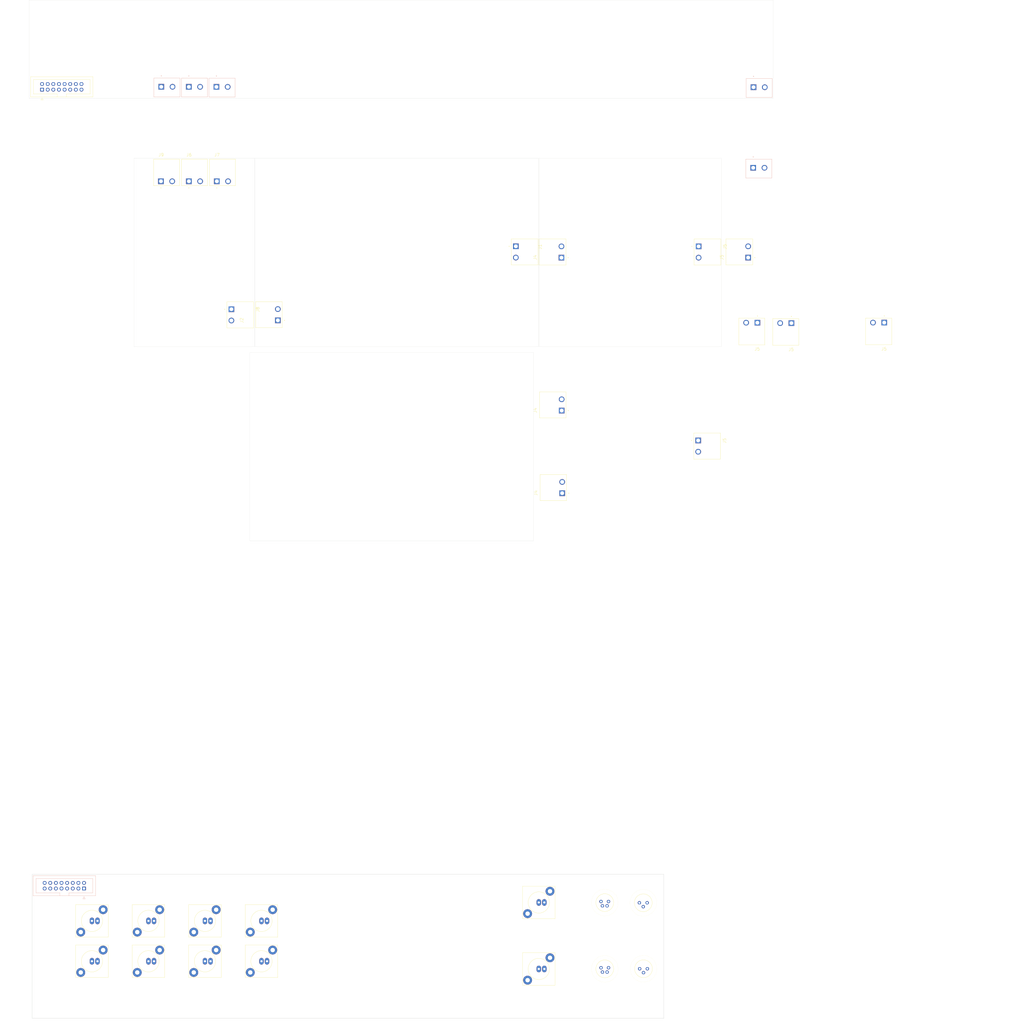
<source format=kicad_pcb>
(kicad_pcb (version 20240108) (generator "pcbnew") (generator_version "8.0")
  (layers (0 "F.Cu" signal) (31 "B.Cu" signal) (34 "B.Paste" user) (35 "F.Paste" user) (36 "B.SilkS" user "B.Silkscreen") (37 "F.SilkS" user "F.Silkscreen") (38 "B.Mask" user) (39 "F.Mask" user) (44 "Edge.Cuts" user))
  (net 0 "")
  (footprint "RCA ALI:RCA Connector ALI" (layer "F.Cu") (at 386.47 483.55)
    (property "Reference" "RCA10" (hide yes))
    (property "Value" "RCA_Connector_ALI" (hide yes))
    (fp_rect (start 7.35 -7.35) (end -7.35 7.35) (stroke (width 0.12)) (fill none) (layer "F.SilkS"))
    (fp_circle (center 0.01 0) (end 4.81 0) (stroke (width 0.12)) (fill none) (layer "F.SilkS"))
    (pad "" thru_hole circle (at -5.05 5.05) (size 4 4) (drill 2) (layers "*.Cu" "*.Mask"))
    (pad "" thru_hole circle (at 5.05 -5.05) (size 4 4) (drill 2) (layers "*.Cu" "*.Mask"))
    (pad "1" thru_hole oval (at 0 0) (size 2 3) (drill 1) (layers "*.Cu" "*.Mask"))
    (pad "2" thru_hole oval (at 2.5 0) (size 2 3) (drill 1) (layers "*.Cu" "*.Mask"))
  )
  (footprint "RCA ALI:RCA Connector ALI" (layer "F.Cu") (at 210.33 491.87)
    (property "Reference" "RCA3" (hide yes))
    (property "Value" "RCA_Connector_ALI" (hide yes))
    (fp_rect (start 7.35 -7.35) (end -7.35 7.35) (stroke (width 0.12)) (fill none) (layer "F.SilkS"))
    (fp_circle (center 0.01 0) (end 4.81 0) (stroke (width 0.12)) (fill none) (layer "F.SilkS"))
    (pad "" thru_hole circle (at -5.05 5.05) (size 4 4) (drill 2) (layers "*.Cu" "*.Mask"))
    (pad "" thru_hole circle (at 5.05 -5.05) (size 4 4) (drill 2) (layers "*.Cu" "*.Mask"))
    (pad "1" thru_hole oval (at 0 0) (size 2 3) (drill 1) (layers "*.Cu" "*.Mask"))
    (pad "2" thru_hole oval (at 2.5 0) (size 2 3) (drill 1) (layers "*.Cu" "*.Mask"))
  )
  (footprint "THE_PREAMP_CONN_POWER_5_08:TBP01R1-508-02BK" (layer "F.Cu") (at 480.9575 192.7 90)
    (property "Reference" "J5" (at 0.105 -11.889 -90) (layer "F.SilkS") (effects (font (size 1.4 1.4))))
    (property "Value" "230V AC fixed")
    (fp_line (start 8.42 -10) (end 8.42 2) (stroke (width 0.127)) (layer "F.SilkS"))
    (fp_line (start -3.34 -10) (end 8.42 -10) (stroke (width 0.127)) (layer "F.SilkS"))
    (fp_line (start 8.42 2) (end -3.34 2) (stroke (width 0.127)) (layer "F.SilkS"))
    (fp_line (start -3.34 2) (end -3.34 -10) (stroke (width 0.127)) (layer "F.SilkS"))
    (fp_circle (center 0 3) (end 0.1 3) (stroke (width 0.2)) (fill none) (layer "F.SilkS"))
    (pad "1" thru_hole rect (at 0 0 90) (size 2.55 2.55) (drill 1.7) (layers "*.Cu" "*.Mask"))
    (pad "2" thru_hole circle (at 5.08 0 90) (size 2.55 2.55) (drill 1.7) (layers "*.Cu" "*.Mask"))
  )
  (footprint "Connector_IDC:IDC-Header_2x08_P2.54mm_Vertical" (layer "F.Cu") (at 162.323508 116.96 90)
    (property "Reference" "J5" (hide yes))
    (property "Value" "Digital Out")
    (fp_line (start 5.83 -5.21) (end -3.29 -5.21) (stroke (width 0.12)) (layer "F.SilkS"))
    (fp_line (start -3.29 -5.21) (end -3.29 22.99) (stroke (width 0.12)) (layer "F.SilkS"))
    (fp_line (start 4.52 -3.91) (end -1.98 -3.91) (stroke (width 0.12)) (layer "F.SilkS"))
    (fp_line (start -1.98 -3.91) (end -1.98 6.84) (stroke (width 0.12)) (layer "F.SilkS"))
    (fp_line (start -4.68 -0.5) (end -3.68 0) (stroke (width 0.12)) (layer "F.SilkS"))
    (fp_line (start -3.68 0) (end -4.68 0.5) (stroke (width 0.12)) (layer "F.SilkS"))
    (fp_line (start -4.68 0.5) (end -4.68 -0.5) (stroke (width 0.12)) (layer "F.SilkS"))
    (fp_line (start -1.98 6.84) (end -3.29 6.84) (stroke (width 0.12)) (layer "F.SilkS"))
    (fp_line (start -1.98 10.94) (end -1.98 10.94) (stroke (width 0.12)) (layer "F.SilkS"))
    (fp_line (start -1.98 10.94) (end -1.98 21.69) (stroke (width 0.12)) (layer "F.SilkS"))
    (fp_line (start -3.29 10.94) (end -1.98 10.94) (stroke (width 0.12)) (layer "F.SilkS"))
    (fp_line (start 4.52 21.69) (end 4.52 -3.91) (stroke (width 0.12)) (layer "F.SilkS"))
    (fp_line (start -1.98 21.69) (end 4.52 21.69) (stroke (width 0.12)) (layer "F.SilkS"))
    (fp_line (start 5.83 22.99) (end 5.83 -5.21) (stroke (width 0.12)) (layer "F.SilkS"))
    (fp_line (start -3.29 22.99) (end 5.83 22.99) (stroke (width 0.12)) (layer "F.SilkS"))
    (pad "1" thru_hole roundrect (at 0 0 90) (size 1.7 1.7) (drill 1) (layers "*.Cu" "*.Mask") (roundrect_rratio 0.1470588235))
    (pad "2" thru_hole circle (at 2.54 0 90) (size 1.7 1.7) (drill 1) (layers "*.Cu" "*.Mask"))
    (pad "3" thru_hole circle (at 0 2.54 90) (size 1.7 1.7) (drill 1) (layers "*.Cu" "*.Mask"))
    (pad "4" thru_hole circle (at 2.54 2.54 90) (size 1.7 1.7) (drill 1) (layers "*.Cu" "*.Mask"))
    (pad "5" thru_hole circle (at 0 5.08 90) (size 1.7 1.7) (drill 1) (layers "*.Cu" "*.Mask"))
    (pad "6" thru_hole circle (at 2.54 5.08 90) (size 1.7 1.7) (drill 1) (layers "*.Cu" "*.Mask"))
    (pad "7" thru_hole circle (at 0 7.62 90) (size 1.7 1.7) (drill 1) (layers "*.Cu" "*.Mask"))
    (pad "8" thru_hole circle (at 2.54 7.62 90) (size 1.7 1.7) (drill 1) (layers "*.Cu" "*.Mask"))
    (pad "9" thru_hole circle (at 0 10.16 90) (size 1.7 1.7) (drill 1) (layers "*.Cu" "*.Mask"))
    (pad "10" thru_hole circle (at 2.54 10.16 90) (size 1.7 1.7) (drill 1) (layers "*.Cu" "*.Mask"))
    (pad "11" thru_hole circle (at 0 12.7 90) (size 1.7 1.7) (drill 1) (layers "*.Cu" "*.Mask"))
    (pad "12" thru_hole circle (at 2.54 12.7 90) (size 1.7 1.7) (drill 1) (layers "*.Cu" "*.Mask"))
    (pad "13" thru_hole circle (at 0 15.24 90) (size 1.7 1.7) (drill 1) (layers "*.Cu" "*.Mask"))
    (pad "14" thru_hole circle (at 2.54 15.24 90) (size 1.7 1.7) (drill 1) (layers "*.Cu" "*.Mask"))
    (pad "15" thru_hole circle (at 0 17.78 90) (size 1.7 1.7) (drill 1) (layers "*.Cu" "*.Mask"))
    (pad "16" thru_hole circle (at 2.54 17.78 90) (size 1.7 1.7) (drill 1) (layers "*.Cu" "*.Mask"))
  )
  (footprint "RCA ALI:RCA Connector ALI" (layer "F.Cu") (at 210.33 510.07)
    (property "Reference" "RCA8" (hide yes))
    (property "Value" "RCA_Connector_ALI" (hide yes))
    (fp_rect (start 7.35 -7.35) (end -7.35 7.35) (stroke (width 0.12)) (fill none) (layer "F.SilkS"))
    (fp_circle (center 0.01 0) (end 4.81 0) (stroke (width 0.12)) (fill none) (layer "F.SilkS"))
    (pad "" thru_hole circle (at -5.05 5.05) (size 4 4) (drill 2) (layers "*.Cu" "*.Mask"))
    (pad "" thru_hole circle (at 5.05 -5.05) (size 4 4) (drill 2) (layers "*.Cu" "*.Mask"))
    (pad "1" thru_hole oval (at 0 0) (size 2 3) (drill 1) (layers "*.Cu" "*.Mask"))
    (pad "2" thru_hole oval (at 2.5 0) (size 2 3) (drill 1) (layers "*.Cu" "*.Mask"))
  )
  (footprint "THE_PREAMP_CONN_POWER_5_08:TBP01R1-508-02BK" (layer "F.Cu") (at 500.47 222.2625 180)
    (property "Reference" "J5" (at 0.105 -11.889 180) (layer "F.SilkS") (effects (font (size 1.4 1.4))))
    (property "Value" "230V AC triggered")
    (fp_line (start 8.42 2) (end -3.34 2) (stroke (width 0.127)) (layer "F.SilkS"))
    (fp_line (start 8.42 -10) (end 8.42 2) (stroke (width 0.127)) (layer "F.SilkS"))
    (fp_line (start -3.34 2) (end -3.34 -10) (stroke (width 0.127)) (layer "F.SilkS"))
    (fp_line (start -3.34 -10) (end 8.42 -10) (stroke (width 0.127)) (layer "F.SilkS"))
    (fp_circle (center 0 3) (end 0.1 3) (stroke (width 0.2)) (fill none) (layer "F.SilkS"))
    (pad "1" thru_hole rect (at 0 0 180) (size 2.55 2.55) (drill 1.7) (layers "*.Cu" "*.Mask"))
    (pad "2" thru_hole circle (at 5.08 0 180) (size 2.55 2.55) (drill 1.7) (layers "*.Cu" "*.Mask"))
  )
  (footprint "Connector_M8:M8 3 pin" (layer "F.Cu") (at 433.72 513.46 180)
    (property "Reference" "J14" (hide yes))
    (property "Value" "Conn_01x03" (hide yes))
    (fp_circle (center 0 0) (end 6 0) (stroke (width 0.12) (type dot)) (fill none) (layer "F.SilkS"))
    (fp_circle (center 0 0) (end 4 0) (stroke (width 0.12)) (fill none) (layer "F.SilkS"))
    (pad "" np_thru_hole circle (at 0 0 180) (size 1 1) (drill 1) (layers "F&B.Cu" "*.Mask"))
    (pad "1" thru_hole circle (at -1.75 0 180) (size 1.5 1.5) (drill 0.8) (layers "*.Cu" "*.Mask"))
    (pad "2" thru_hole circle (at 0 -1.75 180) (size 1.5 1.5) (drill 0.8) (layers "*.Cu" "*.Mask"))
    (pad "3" thru_hole circle (at 1.75 0 180) (size 1.5 1.5) (drill 0.8) (layers "*.Cu" "*.Mask"))
  )
  (footprint "THE_PREAMP_CONN_POWER_5_08:TBP01R1-508-02BK" (layer "F.Cu") (at 241.18 158.2875)
    (property "Reference" "J7" (at 0.105 -11.889 360) (layer "F.SilkS") (effects (font (size 1.4 1.4))))
    (property "Value" "Opt. 3V3 power")
    (fp_line (start -3.34 -10) (end 8.42 -10) (stroke (width 0.127)) (layer "F.SilkS"))
    (fp_line (start -3.34 2) (end -3.34 -10) (stroke (width 0.127)) (layer "F.SilkS"))
    (fp_line (start 8.42 -10) (end 8.42 2) (stroke (width 0.127)) (layer "F.SilkS"))
    (fp_line (start 8.42 2) (end -3.34 2) (stroke (width 0.127)) (layer "F.SilkS"))
    (fp_circle (center 0 3) (end 0.1 3) (stroke (width 0.2)) (fill none) (layer "F.SilkS"))
    (pad "1" thru_hole rect (at 0 0) (size 2.55 2.55) (drill 1.7) (layers "*.Cu" "*.Mask"))
    (pad "2" thru_hole circle (at 5.08 0) (size 2.55 2.55) (drill 1.7) (layers "*.Cu" "*.Mask"))
  )
  (footprint "RCA ALI:RCA Connector ALI" (layer "F.Cu") (at 261.33 510.07)
    (property "Reference" "RCA6" (hide yes))
    (property "Value" "RCA_Connector_ALI" (hide yes))
    (fp_rect (start 7.35 -7.35) (end -7.35 7.35) (stroke (width 0.12)) (fill none) (layer "F.SilkS"))
    (fp_circle (center 0.01 0) (end 4.81 0) (stroke (width 0.12)) (fill none) (layer "F.SilkS"))
    (pad "" thru_hole circle (at -5.05 5.05) (size 4 4) (drill 2) (layers "*.Cu" "*.Mask"))
    (pad "" thru_hole circle (at 5.05 -5.05) (size 4 4) (drill 2) (layers "*.Cu" "*.Mask"))
    (pad "1" thru_hole oval (at 0 0) (size 2 3) (drill 1) (layers "*.Cu" "*.Mask"))
    (pad "2" thru_hole oval (at 2.5 0) (size 2 3) (drill 1) (layers "*.Cu" "*.Mask"))
  )
  (footprint "RCA ALI:RCA Connector ALI" (layer "F.Cu") (at 386.47 513.55)
    (property "Reference" "RCA5" (hide yes))
    (property "Value" "RCA_Connector_ALI" (hide yes))
    (fp_rect (start 7.35 -7.35) (end -7.35 7.35) (stroke (width 0.12)) (fill none) (layer "F.SilkS"))
    (fp_circle (center 0.01 0) (end 4.81 0) (stroke (width 0.12)) (fill none) (layer "F.SilkS"))
    (pad "" thru_hole circle (at -5.05 5.05) (size 4 4) (drill 2) (layers "*.Cu" "*.Mask"))
    (pad "" thru_hole circle (at 5.05 -5.05) (size 4 4) (drill 2) (layers "*.Cu" "*.Mask"))
    (pad "1" thru_hole oval (at 0 0) (size 2 3) (drill 1) (layers "*.Cu" "*.Mask"))
    (pad "2" thru_hole oval (at 2.5 0) (size 2 3) (drill 1) (layers "*.Cu" "*.Mask"))
  )
  (footprint "" (layer "F.Cu") (at 464.39 115.98 180)
    (property "Reference" "" (at 0 0 180) (layer "F.SilkS") (effects (font (size 1.27 1.27))))
    (property "Value" "")
    (pad "" np_thru_hole circle (at 0 0) (size 3.2 3.2) (drill 3.2) (layers "F&B.Cu" "*.Mask"))
  )
  (footprint "THE_PREAMP_CONN_POWER_5_08:TBP01R1-508-02BK" (layer "F.Cu") (at 458.5825 187.65 -90)
    (property "Reference" "J5" (at 0.105 -11.889 90) (layer "F.SilkS") (effects (font (size 1.4 1.4))))
    (property "Value" "230V AC")
    (fp_line (start -3.34 2) (end -3.34 -10) (stroke (width 0.127)) (layer "F.SilkS"))
    (fp_line (start 8.42 2) (end -3.34 2) (stroke (width 0.127)) (layer "F.SilkS"))
    (fp_line (start -3.34 -10) (end 8.42 -10) (stroke (width 0.127)) (layer "F.SilkS"))
    (fp_line (start 8.42 -10) (end 8.42 2) (stroke (width 0.127)) (layer "F.SilkS"))
    (fp_circle (center 0 3) (end 0.1 3) (stroke (width 0.2)) (fill none) (layer "F.SilkS"))
    (pad "1" thru_hole rect (at 0 0 270) (size 2.55 2.55) (drill 1.7) (layers "*.Cu" "*.Mask"))
    (pad "2" thru_hole circle (at 5.08 0 270) (size 2.55 2.55) (drill 1.7) (layers "*.Cu" "*.Mask"))
  )
  (footprint "" (layer "F.Cu") (at 357.39 115.98 180)
    (property "Reference" "" (at 0 0 180) (layer "F.SilkS") (effects (font (size 1.27 1.27))))
    (property "Value" "")
    (pad "" np_thru_hole circle (at 0 0) (size 3.2 3.2) (drill 3.2) (layers "F&B.Cu" "*.Mask"))
  )
  (footprint "THE_PREAMP_CONN_POWER_5_08:TBP01R1-508-02BK" (layer "F.Cu") (at 247.7625 216 -90)
    (property "Reference" "J8" (at 0.105 -11.889 90) (layer "F.SilkS") (effects (font (size 1.4 1.4))))
    (property "Value" "DC in")
    (fp_line (start -3.34 2) (end -3.34 -10) (stroke (width 0.127)) (layer "F.SilkS"))
    (fp_line (start 8.42 2) (end -3.34 2) (stroke (width 0.127)) (layer "F.SilkS"))
    (fp_line (start -3.34 -10) (end 8.42 -10) (stroke (width 0.127)) (layer "F.SilkS"))
    (fp_line (start 8.42 -10) (end 8.42 2) (stroke (width 0.127)) (layer "F.SilkS"))
    (fp_circle (center 0 3) (end 0.1 3) (stroke (width 0.2)) (fill none) (layer "F.SilkS"))
    (pad "1" thru_hole rect (at 0 0 270) (size 2.55 2.55) (drill 1.7) (layers "*.Cu" "*.Mask"))
    (pad "2" thru_hole circle (at 5.08 0 270) (size 2.55 2.55) (drill 1.7) (layers "*.Cu" "*.Mask"))
  )
  (footprint "THE_PREAMP_CONN_POWER_5_08:TBP01R1-508-02BK" (layer "F.Cu") (at 542.36 222.02 180)
    (property "Reference" "J5" (at 0.105 -11.889 180) (layer "F.SilkS") (effects (font (size 1.4 1.4))))
    (property "Value" "230V AC")
    (fp_line (start 8.42 2) (end -3.34 2) (stroke (width 0.127)) (layer "F.SilkS"))
    (fp_line (start 8.42 -10) (end 8.42 2) (stroke (width 0.127)) (layer "F.SilkS"))
    (fp_line (start -3.34 2) (end -3.34 -10) (stroke (width 0.127)) (layer "F.SilkS"))
    (fp_line (start -3.34 -10) (end 8.42 -10) (stroke (width 0.127)) (layer "F.SilkS"))
    (fp_circle (center 0 3) (end 0.1 3) (stroke (width 0.2)) (fill none) (layer "F.SilkS"))
    (pad "1" thru_hole rect (at 0 0 180) (size 2.55 2.55) (drill 1.7) (layers "*.Cu" "*.Mask"))
    (pad "2" thru_hole circle (at 5.08 0 180) (size 2.55 2.55) (drill 1.7) (layers "*.Cu" "*.Mask"))
  )
  (footprint "" (layer "F.Cu") (at 464.38 81.98 180)
    (property "Reference" "" (at 0 0 180) (layer "F.SilkS") (effects (font (size 1.27 1.27))))
    (property "Value" "")
    (pad "" np_thru_hole circle (at 0 0) (size 3.2 3.2) (drill 3.2) (layers "F&B.Cu" "*.Mask"))
  )
  (footprint "RCA ALI:RCA Connector ALI" (layer "F.Cu") (at 235.83 491.87)
    (property "Reference" "RCA2" (hide yes))
    (property "Value" "RCA_Connector_ALI" (hide yes))
    (fp_rect (start 7.35 -7.35) (end -7.35 7.35) (stroke (width 0.12)) (fill none) (layer "F.SilkS"))
    (fp_circle (center 0.01 0) (end 4.81 0) (stroke (width 0.12)) (fill none) (layer "F.SilkS"))
    (pad "" thru_hole circle (at -5.05 5.05) (size 4 4) (drill 2) (layers "*.Cu" "*.Mask"))
    (pad "" thru_hole circle (at 5.05 -5.05) (size 4 4) (drill 2) (layers "*.Cu" "*.Mask"))
    (pad "1" thru_hole oval (at 0 0) (size 2 3) (drill 1) (layers "*.Cu" "*.Mask"))
    (pad "2" thru_hole oval (at 2.5 0) (size 2 3) (drill 1) (layers "*.Cu" "*.Mask"))
  )
  (footprint "RCA ALI:RCA Connector ALI" (layer "F.Cu") (at 184.83 510.07)
    (property "Reference" "RCA9" (hide yes))
    (property "Value" "RCA_Connector_ALI" (hide yes))
    (fp_rect (start 7.35 -7.35) (end -7.35 7.35) (stroke (width 0.12)) (fill none) (layer "F.SilkS"))
    (fp_circle (center 0.01 0) (end 4.81 0) (stroke (width 0.12)) (fill none) (layer "F.SilkS"))
    (pad "" thru_hole circle (at -5.05 5.05) (size 4 4) (drill 2) (layers "*.Cu" "*.Mask"))
    (pad "" thru_hole circle (at 5.05 -5.05) (size 4 4) (drill 2) (layers "*.Cu" "*.Mask"))
    (pad "1" thru_hole oval (at 0 0) (size 2 3) (drill 1) (layers "*.Cu" "*.Mask"))
    (pad "2" thru_hole oval (at 2.5 0) (size 2 3) (drill 1) (layers "*.Cu" "*.Mask"))
  )
  (footprint "THE_PREAMP_CONN_POWER_5_08:TBP01R1-508-02BK" (layer "F.Cu") (at 228.57 158.2875)
    (property "Reference" "J6" (at 0.105 -11.889 360) (layer "F.SilkS") (effects (font (size 1.4 1.4))))
    (property "Value" "ESP32 power")
    (fp_line (start -3.34 -10) (end 8.42 -10) (stroke (width 0.127)) (layer "F.SilkS"))
    (fp_line (start -3.34 2) (end -3.34 -10) (stroke (width 0.127)) (layer "F.SilkS"))
    (fp_line (start 8.42 -10) (end 8.42 2) (stroke (width 0.127)) (layer "F.SilkS"))
    (fp_line (start 8.42 2) (end -3.34 2) (stroke (width 0.127)) (layer "F.SilkS"))
    (fp_circle (center 0 3) (end 0.1 3) (stroke (width 0.2)) (fill none) (layer "F.SilkS"))
    (pad "1" thru_hole rect (at 0 0) (size 2.55 2.55) (drill 1.7) (layers "*.Cu" "*.Mask"))
    (pad "2" thru_hole circle (at 5.08 0) (size 2.55 2.55) (drill 1.7) (layers "*.Cu" "*.Mask"))
  )
  (footprint "RCA ALI:RCA Connector ALI" (layer "F.Cu") (at 184.83 491.87)
    (property "Reference" "RCA4" (hide yes))
    (property "Value" "RCA_Connector_ALI" (hide yes))
    (fp_rect (start 7.35 -7.35) (end -7.35 7.35) (stroke (width 0.12)) (fill none) (layer "F.SilkS"))
    (fp_circle (center 0.01 0) (end 4.81 0) (stroke (width 0.12)) (fill none) (layer "F.SilkS"))
    (pad "" thru_hole circle (at -5.05 5.05) (size 4 4) (drill 2) (layers "*.Cu" "*.Mask"))
    (pad "" thru_hole circle (at 5.05 -5.05) (size 4 4) (drill 2) (layers "*.Cu" "*.Mask"))
    (pad "1" thru_hole oval (at 0 0) (size 2 3) (drill 1) (layers "*.Cu" "*.Mask"))
    (pad "2" thru_hole oval (at 2.5 0) (size 2 3) (drill 1) (layers "*.Cu" "*.Mask"))
  )
  (footprint "THE_PREAMP_CONN_POWER_5_08:TBP01R1-508-02BK" (layer "F.Cu") (at 376.105 187.62 -90)
    (property "Reference" "J1" (at 0.205 -10.999 90) (layer "F.SilkS") (effects (font (size 1.4 1.4))))
    (property "Value" "AC in")
    (fp_line (start -3.34 2) (end -3.34 -10) (stroke (width 0.127)) (layer "F.SilkS"))
    (fp_line (start 8.42 2) (end -3.34 2) (stroke (width 0.127)) (layer "F.SilkS"))
    (fp_line (start -3.34 -10) (end 8.42 -10) (stroke (width 0.127)) (layer "F.SilkS"))
    (fp_line (start 8.42 -10) (end 8.42 2) (stroke (width 0.127)) (layer "F.SilkS"))
    (fp_circle (center 0 3) (end 0.1 3) (stroke (width 0.2)) (fill none) (layer "F.SilkS"))
    (pad "1" thru_hole rect (at 0 0 270) (size 2.55 2.55) (drill 1.7) (layers "*.Cu" "*.Mask"))
    (pad "2" thru_hole circle (at 5.08 0 270) (size 2.55 2.55) (drill 1.7) (layers "*.Cu" "*.Mask"))
  )
  (footprint "THE_PREAMP_CONN_POWER_5_08:TBP01R1-508-02BK" (layer "F.Cu") (at 397.0275 298.97 90)
    (property "Reference" "J4" (at 0.105 -11.889 -90) (layer "F.SilkS") (effects (font (size 1.4 1.4))))
    (property "Value" "15V AC")
    (fp_line (start 8.42 -10) (end 8.42 2) (stroke (width 0.127)) (layer "F.SilkS"))
    (fp_line (start -3.34 -10) (end 8.42 -10) (stroke (width 0.127)) (layer "F.SilkS"))
    (fp_line (start 8.42 2) (end -3.34 2) (stroke (width 0.127)) (layer "F.SilkS"))
    (fp_line (start -3.34 2) (end -3.34 -10) (stroke (width 0.127)) (layer "F.SilkS"))
    (fp_circle (center 0 3) (end 0.1 3) (stroke (width 0.2)) (fill none) (layer "F.SilkS"))
    (pad "1" thru_hole rect (at 0 0 90) (size 2.55 2.55) (drill 1.7) (layers "*.Cu" "*.Mask"))
    (pad "2" thru_hole circle (at 5.08 0 90) (size 2.55 2.55) (drill 1.7) (layers "*.Cu" "*.Mask"))
  )
  (footprint "THE_PREAMP_CONN_POWER_5_08:TBP01R1-508-02BK" (layer "F.Cu") (at 485.12 222.0625 180)
    (property "Reference" "J5" (at 0.105 -11.889 180) (layer "F.SilkS") (effects (font (size 1.4 1.4))))
    (property "Value" "230V AC triggered")
    (fp_line (start 8.42 2) (end -3.34 2) (stroke (width 0.127)) (layer "F.SilkS"))
    (fp_line (start 8.42 -10) (end 8.42 2) (stroke (width 0.127)) (layer "F.SilkS"))
    (fp_line (start -3.34 2) (end -3.34 -10) (stroke (width 0.127)) (layer "F.SilkS"))
    (fp_line (start -3.34 -10) (end 8.42 -10) (stroke (width 0.127)) (layer "F.SilkS"))
    (fp_circle (center 0 3) (end 0.1 3) (stroke (width 0.2)) (fill none) (layer "F.SilkS"))
    (pad "1" thru_hole rect (at 0 0 180) (size 2.55 2.55) (drill 1.7) (layers "*.Cu" "*.Mask"))
    (pad "2" thru_hole circle (at 5.08 0 180) (size 2.55 2.55) (drill 1.7) (layers "*.Cu" "*.Mask"))
  )
  (footprint "THE_PREAMP_CONN_POWER_5_08:TBP01R1-508-02BK" (layer "F.Cu") (at 396.7 192.73 90)
    (property "Reference" "J4" (at 0.105 -11.889 270) (layer "F.SilkS") (effects (font (size 1.4 1.4))))
    (property "Value" "15V AC")
    (fp_line (start 8.42 -10) (end 8.42 2) (stroke (width 0.127)) (layer "F.SilkS"))
    (fp_line (start -3.34 -10) (end 8.42 -10) (stroke (width 0.127)) (layer "F.SilkS"))
    (fp_line (start 8.42 2) (end -3.34 2) (stroke (width 0.127)) (layer "F.SilkS"))
    (fp_line (start -3.34 2) (end -3.34 -10) (stroke (width 0.127)) (layer "F.SilkS"))
    (fp_circle (center 0 3) (end 0.1 3) (stroke (width 0.2)) (fill none) (layer "F.SilkS"))
    (pad "1" thru_hole rect (at 0 0 90) (size 2.55 2.55) (drill 1.7) (layers "*.Cu" "*.Mask"))
    (pad "2" thru_hole circle (at 5.08 0 90) (size 2.55 2.55) (drill 1.7) (layers "*.Cu" "*.Mask"))
  )
  (footprint "RCA ALI:RCA Connector ALI" (layer "F.Cu") (at 235.83 510.07)
    (property "Reference" "RCA7" (hide yes))
    (property "Value" "RCA_Connector_ALI" (hide yes))
    (fp_rect (start 7.35 -7.35) (end -7.35 7.35) (stroke (width 0.12)) (fill none) (layer "F.SilkS"))
    (fp_circle (center 0.01 0) (end 4.81 0) (stroke (width 0.12)) (fill none) (layer "F.SilkS"))
    (pad "" thru_hole circle (at -5.05 5.05) (size 4 4) (drill 2) (layers "*.Cu" "*.Mask"))
    (pad "" thru_hole circle (at 5.05 -5.05) (size 4 4) (drill 2) (layers "*.Cu" "*.Mask"))
    (pad "1" thru_hole oval (at 0 0) (size 2 3) (drill 1) (layers "*.Cu" "*.Mask"))
    (pad "2" thru_hole oval (at 2.5 0) (size 2 3) (drill 1) (layers "*.Cu" "*.Mask"))
  )
  (footprint "" (layer "F.Cu") (at 357.39 81.99 180)
    (property "Reference" "" (at 0 0 180) (layer "F.SilkS") (effects (font (size 1.27 1.27))))
    (property "Value" "")
    (pad "" np_thru_hole circle (at 0 0) (size 3.2 3.2) (drill 3.2) (layers "F&B.Cu" "*.Mask"))
  )
  (footprint "THE_PREAMP_CONN_POWER_5_08:TBP01R1-508-02BK" (layer "F.Cu") (at 215.96 158.2875)
    (property "Reference" "J9" (at 0.105 -11.889 360) (layer "F.SilkS") (effects (font (size 1.4 1.4))))
    (property "Value" "Relay power")
    (fp_line (start -3.34 -10) (end 8.42 -10) (stroke (width 0.127)) (layer "F.SilkS"))
    (fp_line (start -3.34 2) (end -3.34 -10) (stroke (width 0.127)) (layer "F.SilkS"))
    (fp_line (start 8.42 -10) (end 8.42 2) (stroke (width 0.127)) (layer "F.SilkS"))
    (fp_line (start 8.42 2) (end -3.34 2) (stroke (width 0.127)) (layer "F.SilkS"))
    (fp_circle (center 0 3) (end 0.1 3) (stroke (width 0.2)) (fill none) (layer "F.SilkS"))
    (pad "1" thru_hole rect (at 0 0) (size 2.55 2.55) (drill 1.7) (layers "*.Cu" "*.Mask"))
    (pad "2" thru_hole circle (at 5.08 0) (size 2.55 2.55) (drill 1.7) (layers "*.Cu" "*.Mask"))
  )
  (footprint "THE_PREAMP_CONN_POWER_5_08:TBP01R1-508-02BK" (layer "F.Cu") (at 458.4025 275.18 -90)
    (property "Reference" "J5" (at 0.105 -11.889 90) (layer "F.SilkS") (effects (font (size 1.4 1.4))))
    (property "Value" "230V AC")
    (fp_line (start -3.34 2) (end -3.34 -10) (stroke (width 0.127)) (layer "F.SilkS"))
    (fp_line (start 8.42 2) (end -3.34 2) (stroke (width 0.127)) (layer "F.SilkS"))
    (fp_line (start -3.34 -10) (end 8.42 -10) (stroke (width 0.127)) (layer "F.SilkS"))
    (fp_line (start 8.42 -10) (end 8.42 2) (stroke (width 0.127)) (layer "F.SilkS"))
    (fp_circle (center 0 3) (end 0.1 3) (stroke (width 0.2)) (fill none) (layer "F.SilkS"))
    (pad "1" thru_hole rect (at 0 0 270) (size 2.55 2.55) (drill 1.7) (layers "*.Cu" "*.Mask"))
    (pad "2" thru_hole circle (at 5.08 0 270) (size 2.55 2.55) (drill 1.7) (layers "*.Cu" "*.Mask"))
  )
  (footprint "THE_PREAMP_CONN_POWER_5_08:TBP01R1-508-02BK" (layer "F.Cu") (at 396.7875 261.7 90)
    (property "Reference" "J4" (at 0.105 -11.889 -90) (layer "F.SilkS") (effects (font (size 1.4 1.4))))
    (property "Value" "15V AC")
    (fp_line (start 8.42 -10) (end 8.42 2) (stroke (width 0.127)) (layer "F.SilkS"))
    (fp_line (start -3.34 -10) (end 8.42 -10) (stroke (width 0.127)) (layer "F.SilkS"))
    (fp_line (start 8.42 2) (end -3.34 2) (stroke (width 0.127)) (layer "F.SilkS"))
    (fp_line (start -3.34 2) (end -3.34 -10) (stroke (width 0.127)) (layer "F.SilkS"))
    (fp_circle (center 0 3) (end 0.1 3) (stroke (width 0.2)) (fill none) (layer "F.SilkS"))
    (pad "1" thru_hole rect (at 0 0 90) (size 2.55 2.55) (drill 1.7) (layers "*.Cu" "*.Mask"))
    (pad "2" thru_hole circle (at 5.08 0 90) (size 2.55 2.55) (drill 1.7) (layers "*.Cu" "*.Mask"))
  )
  (footprint "THE_PREAMP_CONN_POWER_5_08:TBP01R1-508-02BK" (layer "F.Cu") (at 268.7175 221.01 90)
    (property "Reference" "J2" (at -0.005 -16.289 270) (layer "F.SilkS") (effects (font (size 1.4 1.4))))
    (property "Value" "Relay power")
    (fp_line (start 8.42 -10) (end 8.42 2) (stroke (width 0.127)) (layer "F.SilkS"))
    (fp_line (start -3.34 -10) (end 8.42 -10) (stroke (width 0.127)) (layer "F.SilkS"))
    (fp_line (start 8.42 2) (end -3.34 2) (stroke (width 0.127)) (layer "F.SilkS"))
    (fp_line (start -3.34 2) (end -3.34 -10) (stroke (width 0.127)) (layer "F.SilkS"))
    (fp_circle (center 0 3) (end 0.1 3) (stroke (width 0.2)) (fill none) (layer "F.SilkS"))
    (pad "1" thru_hole rect (at 0 0 90) (size 2.55 2.55) (drill 1.7) (layers "*.Cu" "*.Mask"))
    (pad "2" thru_hole circle (at 5.08 0 90) (size 2.55 2.55) (drill 1.7) (layers "*.Cu" "*.Mask"))
  )
  (footprint "RCA ALI:RCA Connector ALI" (layer "F.Cu") (at 261.33 491.87)
    (property "Reference" "RCA1" (hide yes))
    (property "Value" "RCA_Connector_ALI" (hide yes))
    (fp_rect (start 7.35 -7.35) (end -7.35 7.35) (stroke (width 0.12)) (fill none) (layer "F.SilkS"))
    (fp_circle (center 0.01 0) (end 4.81 0) (stroke (width 0.12)) (fill none) (layer "F.SilkS"))
    (pad "" thru_hole circle (at -5.05 5.05) (size 4 4) (drill 2) (layers "*.Cu" "*.Mask"))
    (pad "" thru_hole circle (at 5.05 -5.05) (size 4 4) (drill 2) (layers "*.Cu" "*.Mask"))
    (pad "1" thru_hole oval (at 0 0) (size 2 3) (drill 1) (layers "*.Cu" "*.Mask"))
    (pad "2" thru_hole oval (at 2.5 0) (size 2 3) (drill 1) (layers "*.Cu" "*.Mask"))
  )
  (footprint "" (layer "F.Cu") (at 250.38 81.98 180)
    (property "Reference" "" (at 0 0 180) (layer "F.SilkS") (effects (font (size 1.27 1.27))))
    (property "Value" "")
    (pad "" np_thru_hole circle (at 0 0) (size 3.2 3.2) (drill 3.2) (layers "F&B.Cu" "*.Mask"))
  )
  (footprint "Connector_M8:M8 4 pin" (layer "F.Cu") (at 416.25 513.5 180)
    (property "Reference" "J13" (hide yes))
    (property "Value" "Conn_01x04" (hide yes))
    (fp_circle (center 0 0) (end 6 0) (stroke (width 0.12) (type dot)) (fill none) (layer "F.SilkS"))
    (fp_circle (center 0 0) (end 4 0) (stroke (width 0.12)) (fill none) (layer "F.SilkS"))
    (pad "" np_thru_hole circle (at 0 0 180) (size 1 1) (drill 1) (layers "F&B.Cu" "*.Mask"))
    (pad "1" thru_hole circle (at -1.7 0.5 180) (size 1.5 1.5) (drill 0.8) (layers "*.Cu" "*.Mask"))
    (pad "2" thru_hole circle (at -1.05 -1.45 180) (size 1.5 1.5) (drill 0.8) (layers "*.Cu" "*.Mask"))
    (pad "3" thru_hole circle (at 1.7 0.5 180) (size 1.5 1.5) (drill 0.8) (layers "*.Cu" "*.Mask"))
    (pad "4" thru_hole circle (at 1.05 -1.45 180) (size 1.5 1.5) (drill 0.8) (layers "*.Cu" "*.Mask"))
  )
  (footprint "Connector_M8:M8 3 pin" (layer "F.Cu") (at 433.62 483.7 180)
    (property "Reference" "J12" (hide yes))
    (property "Value" "Conn_01x03" (hide yes))
    (fp_circle (center 0 0) (end 6 0) (stroke (width 0.12) (type dot)) (fill none) (layer "F.SilkS"))
    (fp_circle (center 0 0) (end 4 0) (stroke (width 0.12)) (fill none) (layer "F.SilkS"))
    (pad "" np_thru_hole circle (at 0 0 180) (size 1 1) (drill 1) (layers "F&B.Cu" "*.Mask"))
    (pad "1" thru_hole circle (at -1.75 0 180) (size 1.5 1.5) (drill 0.8) (layers "*.Cu" "*.Mask"))
    (pad "2" thru_hole circle (at 0 -1.75 180) (size 1.5 1.5) (drill 0.8) (layers "*.Cu" "*.Mask"))
    (pad "3" thru_hole circle (at 1.75 0 180) (size 1.5 1.5) (drill 0.8) (layers "*.Cu" "*.Mask"))
  )
  (footprint "Connector_M8:M8 4 pin" (layer "F.Cu") (at 416.24 483.62 180)
    (property "Reference" "J11" (hide yes))
    (property "Value" "Conn_01x04" (hide yes))
    (fp_circle (center 0 0) (end 6 0) (stroke (width 0.12) (type dot)) (fill none) (layer "F.SilkS"))
    (fp_circle (center 0 0) (end 4 0) (stroke (width 0.12)) (fill none) (layer "F.SilkS"))
    (pad "" np_thru_hole circle (at 0 0 180) (size 1 1) (drill 1) (layers "F&B.Cu" "*.Mask"))
    (pad "1" thru_hole circle (at -1.7 0.5 180) (size 1.5 1.5) (drill 0.8) (layers "*.Cu" "*.Mask"))
    (pad "2" thru_hole circle (at -1.05 -1.45 180) (size 1.5 1.5) (drill 0.8) (layers "*.Cu" "*.Mask"))
    (pad "3" thru_hole circle (at 1.7 0.5 180) (size 1.5 1.5) (drill 0.8) (layers "*.Cu" "*.Mask"))
    (pad "4" thru_hole circle (at 1.05 -1.45 180) (size 1.5 1.5) (drill 0.8) (layers "*.Cu" "*.Mask"))
  )
  (footprint "THE_PREAMP_CONN_POWER_5_08:TBP01R2-508-02BK (VERT)" (layer "B.Cu") (at 241.002859 115.709346)
    (property "Reference" "J6" (hide yes))
    (property "Value" "3.3V (Opt)" (hide yes))
    (fp_line (start -3.34 -3.9) (end 8.42 -3.9) (stroke (width 0.127)) (layer "B.SilkS"))
    (fp_line (start -3.34 4.6) (end -3.34 -3.9) (stroke (width 0.127)) (layer "B.SilkS"))
    (fp_line (start 8.42 -3.9) (end 8.42 4.6) (stroke (width 0.127)) (layer "B.SilkS"))
    (fp_line (start 8.42 4.6) (end -3.34 4.6) (stroke (width 0.127)) (layer "B.SilkS"))
    (fp_circle (center 0 -4.9) (end 0.1 -4.9) (stroke (width 0.2)) (fill none) (layer "B.SilkS"))
    (pad "1" thru_hole rect (at 0 0) (size 2.55 2.55) (drill 1.7) (layers "*.Cu" "*.Mask"))
    (pad "2" thru_hole circle (at 5.08 0) (size 2.55 2.55) (drill 1.7) (layers "*.Cu" "*.Mask"))
  )
  (footprint "THE_PREAMP_CONN_POWER_5_08:TBP01R2-508-02BK (VERT)" (layer "B.Cu") (at 216.112859 115.661846)
    (property "Reference" "J6" (hide yes))
    (property "Value" "3.3V (Opt)" (hide yes))
    (fp_line (start -3.34 -3.9) (end 8.42 -3.9) (stroke (width 0.127)) (layer "B.SilkS"))
    (fp_line (start -3.34 4.6) (end -3.34 -3.9) (stroke (width 0.127)) (layer "B.SilkS"))
    (fp_line (start 8.42 -3.9) (end 8.42 4.6) (stroke (width 0.127)) (layer "B.SilkS"))
    (fp_line (start 8.42 4.6) (end -3.34 4.6) (stroke (width 0.127)) (layer "B.SilkS"))
    (fp_circle (center 0 -4.9) (end 0.1 -4.9) (stroke (width 0.2)) (fill none) (layer "B.SilkS"))
    (pad "1" thru_hole rect (at 0 0) (size 2.55 2.55) (drill 1.7) (layers "*.Cu" "*.Mask"))
    (pad "2" thru_hole circle (at 5.08 0) (size 2.55 2.55) (drill 1.7) (layers "*.Cu" "*.Mask"))
  )
  (footprint "Connector_IDC:IDC-Header_2x08_P2.54mm_Vertical" (layer "B.Cu") (at 181.26 477.27 90)
    (property "Reference" "J3" (hide yes))
    (property "Value" "Digital In")
    (fp_line (start 5.83 -22.99) (end 5.83 5.21) (stroke (width 0.12)) (layer "B.SilkS"))
    (fp_line (start -3.29 -22.99) (end 5.83 -22.99) (stroke (width 0.12)) (layer "B.SilkS"))
    (fp_line (start 4.52 -21.69) (end 4.52 3.91) (stroke (width 0.12)) (layer "B.SilkS"))
    (fp_line (start -1.98 -21.69) (end 4.52 -21.69) (stroke (width 0.12)) (layer "B.SilkS"))
    (fp_line (start -1.98 -10.94) (end -1.98 -21.69) (stroke (width 0.12)) (layer "B.SilkS"))
    (fp_line (start -1.98 -10.94) (end -1.98 -10.94) (stroke (width 0.12)) (layer "B.SilkS"))
    (fp_line (start -3.29 -10.94) (end -1.98 -10.94) (stroke (width 0.12)) (layer "B.SilkS"))
    (fp_line (start -1.98 -6.84) (end -3.29 -6.84) (stroke (width 0.12)) (layer "B.SilkS"))
    (fp_line (start -4.68 -0.5) (end -4.68 0.5) (stroke (width 0.12)) (layer "B.SilkS"))
    (fp_line (start -3.68 0) (end -4.68 -0.5) (stroke (width 0.12)) (layer "B.SilkS"))
    (fp_line (start -4.68 0.5) (end -3.68 0) (stroke (width 0.12)) (layer "B.SilkS"))
    (fp_line (start 4.52 3.91) (end -1.98 3.91) (stroke (width 0.12)) (layer "B.SilkS"))
    (fp_line (start -1.98 3.91) (end -1.98 -6.84) (stroke (width 0.12)) (layer "B.SilkS"))
    (fp_line (start 5.83 5.21) (end -3.29 5.21) (stroke (width 0.12)) (layer "B.SilkS"))
    (fp_line (start -3.29 5.21) (end -3.29 -22.99) (stroke (width 0.12)) (layer "B.SilkS"))
    (pad "1" thru_hole roundrect (at 0 0 90) (size 1.7 1.7) (drill 1) (layers "*.Cu" "*.Mask") (roundrect_rratio 0.1470588235))
    (pad "2" thru_hole circle (at 2.54 0 90) (size 1.7 1.7) (drill 1) (layers "*.Cu" "*.Mask"))
    (pad "3" thru_hole circle (at 0 -2.54 90) (size 1.7 1.7) (drill 1) (layers "*.Cu" "*.Mask"))
    (pad "4" thru_hole circle (at 2.54 -2.54 90) (size 1.7 1.7) (drill 1) (layers "*.Cu" "*.Mask"))
    (pad "5" thru_hole circle (at 0 -5.08 90) (size 1.7 1.7) (drill 1) (layers "*.Cu" "*.Mask"))
    (pad "6" thru_hole circle (at 2.54 -5.08 90) (size 1.7 1.7) (drill 1) (layers "*.Cu" "*.Mask"))
    (pad "7" thru_hole circle (at 0 -7.62 90) (size 1.7 1.7) (drill 1) (layers "*.Cu" "*.Mask"))
    (pad "8" thru_hole circle (at 2.54 -7.62 90) (size 1.7 1.7) (drill 1) (layers "*.Cu" "*.Mask"))
    (pad "9" thru_hole circle (at 0 -10.16 90) (size 1.7 1.7) (drill 1) (layers "*.Cu" "*.Mask"))
    (pad "10" thru_hole circle (at 2.54 -10.16 90) (size 1.7 1.7) (drill 1) (layers "*.Cu" "*.Mask"))
    (pad "11" thru_hole circle (at 0 -12.7 90) (size 1.7 1.7) (drill 1) (layers "*.Cu" "*.Mask"))
    (pad "12" thru_hole circle (at 2.54 -12.7 90) (size 1.7 1.7) (drill 1) (layers "*.Cu" "*.Mask"))
    (pad "13" thru_hole circle (at 0 -15.24 90) (size 1.7 1.7) (drill 1) (layers "*.Cu" "*.Mask"))
    (pad "14" thru_hole circle (at 2.54 -15.24 90) (size 1.7 1.7) (drill 1) (layers "*.Cu" "*.Mask"))
    (pad "15" thru_hole circle (at 0 -17.78 90) (size 1.7 1.7) (drill 1) (layers "*.Cu" "*.Mask"))
    (pad "16" thru_hole circle (at 2.54 -17.78 90) (size 1.7 1.7) (drill 1) (layers "*.Cu" "*.Mask"))
  )
  (footprint "THE_PREAMP_CONN_POWER_5_08:TBP01R2-508-02BK (VERT)" (layer "B.Cu") (at 228.552859 115.689346)
    (property "Reference" "J6" (hide yes))
    (property "Value" "3.3V (Opt)" (hide yes))
    (fp_line (start -3.34 -3.9) (end 8.42 -3.9) (stroke (width 0.127)) (layer "B.SilkS"))
    (fp_line (start -3.34 4.6) (end -3.34 -3.9) (stroke (width 0.127)) (layer "B.SilkS"))
    (fp_line (start 8.42 -3.9) (end 8.42 4.6) (stroke (width 0.127)) (layer "B.SilkS"))
    (fp_line (start 8.42 4.6) (end -3.34 4.6) (stroke (width 0.127)) (layer "B.SilkS"))
    (fp_circle (center 0 -4.9) (end 0.1 -4.9) (stroke (width 0.2)) (fill none) (layer "B.SilkS"))
    (pad "1" thru_hole rect (at 0 0) (size 2.55 2.55) (drill 1.7) (layers "*.Cu" "*.Mask"))
    (pad "2" thru_hole circle (at 5.08 0) (size 2.55 2.55) (drill 1.7) (layers "*.Cu" "*.Mask"))
  )
  (footprint "THE_PREAMP_CONN_POWER_5_08:TBP01R2-508-02BK (VERT)" (layer "B.Cu") (at 483.23 152.19)
    (property "Reference" "J2" (hide yes))
    (property "Value" "Power relay trigger")
    (fp_line (start -3.34 -3.9) (end -3.34 4.6) (stroke (width 0.127)) (layer "B.SilkS"))
    (fp_line (start -3.34 4.6) (end 8.42 4.6) (stroke (width 0.127)) (layer "B.SilkS"))
    (fp_line (start 8.42 -3.9) (end -3.34 -3.9) (stroke (width 0.127)) (layer "B.SilkS"))
    (fp_line (start 8.42 4.6) (end 8.42 -3.9) (stroke (width 0.127)) (layer "B.SilkS"))
    (fp_circle (center 0 -4.9) (end 0.1 -4.9) (stroke (width 0.2)) (fill none) (layer "B.SilkS"))
    (pad "1" thru_hole rect (at 0 0) (size 2.55 2.55) (drill 1.7) (layers "*.Cu" "*.Mask"))
    (pad "2" thru_hole circle (at 5.08 0) (size 2.55 2.55) (drill 1.7) (layers "*.Cu" "*.Mask"))
  )
  (footprint "THE_PREAMP_CONN_POWER_5_08:TBP01R2-508-02BK (VERT)" (layer "B.Cu") (at 483.36 115.87)
    (property "Reference" "J2" (hide yes))
    (property "Value" "Power relay trigger")
    (fp_line (start -3.34 -3.9) (end -3.34 4.6) (stroke (width 0.127)) (layer "B.SilkS"))
    (fp_line (start -3.34 4.6) (end 8.42 4.6) (stroke (width 0.127)) (layer "B.SilkS"))
    (fp_line (start 8.42 -3.9) (end -3.34 -3.9) (stroke (width 0.127)) (layer "B.SilkS"))
    (fp_line (start 8.42 4.6) (end 8.42 -3.9) (stroke (width 0.127)) (layer "B.SilkS"))
    (fp_circle (center 0 -4.9) (end 0.1 -4.9) (stroke (width 0.2)) (fill none) (layer "B.SilkS"))
    (pad "1" thru_hole rect (at 0 0) (size 2.55 2.55) (drill 1.7) (layers "*.Cu" "*.Mask"))
    (pad "2" thru_hole circle (at 5.08 0) (size 2.55 2.55) (drill 1.7) (layers "*.Cu" "*.Mask"))
  )
  (gr_rect (start 156.42 76.55) (end 492.28 120.89) (stroke (width 0.05)) (fill none) (layer "Edge.Cuts"))
  (gr_rect (start 256.12 235.49) (end 384.12 320.49) (stroke (width 0.05)) (fill none) (layer "Edge.Cuts"))
  (gr_rect (start 258.345 147.86) (end 386.385 232.86) (stroke (width 0.05)) (fill none) (layer "Edge.Cuts"))
  (gr_rect (start 203.8 147.86) (end 258.22 232.86) (stroke (width 0.05)) (fill none) (layer "Edge.Cuts"))
  (gr_rect (start 157.89 470.85) (end 442.89 535.85) (stroke (width 0.1)) (fill none) (layer "Edge.Cuts"))
  (gr_rect (start 386.6 147.88) (end 468.84 232.86) (stroke (width 0.05)) (fill none) (layer "Edge.Cuts"))
)
</source>
